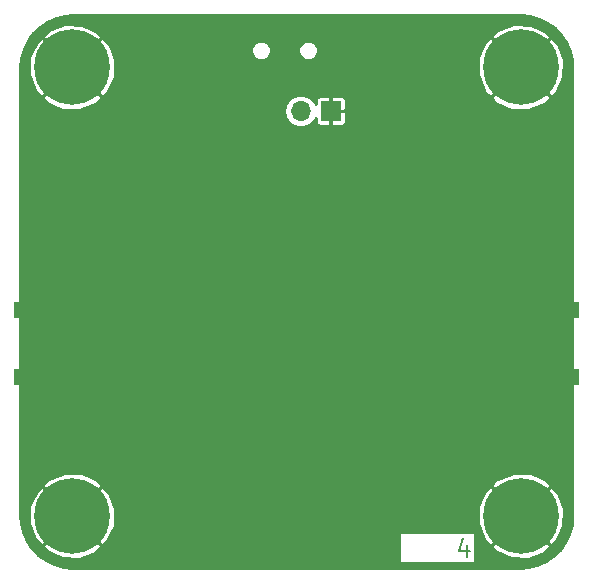
<source format=gbl>
G04 #@! TF.GenerationSoftware,KiCad,Pcbnew,(5.1.0)-1*
G04 #@! TF.CreationDate,2019-03-22T19:36:58+11:00*
G04 #@! TF.ProjectId,TRF37A75_Dev_Rev_0,54524633-3741-4373-955f-4465765f5265,rev?*
G04 #@! TF.SameCoordinates,Original*
G04 #@! TF.FileFunction,Copper,L4,Bot*
G04 #@! TF.FilePolarity,Positive*
%FSLAX46Y46*%
G04 Gerber Fmt 4.6, Leading zero omitted, Abs format (unit mm)*
G04 Created by KiCad (PCBNEW (5.1.0)-1) date 2019-03-22 19:36:58*
%MOMM*%
%LPD*%
G04 APERTURE LIST*
%ADD10C,0.200000*%
%ADD11C,0.800000*%
%ADD12C,6.400000*%
%ADD13R,1.700000X1.700000*%
%ADD14O,1.700000X1.700000*%
%ADD15R,4.200000X1.350000*%
%ADD16C,0.450000*%
%ADD17C,0.600000*%
%ADD18C,0.254000*%
G04 APERTURE END LIST*
D10*
X135460714Y-105478571D02*
X135460714Y-106478571D01*
X135103571Y-104907142D02*
X134746428Y-105978571D01*
X135675000Y-105978571D01*
D11*
X103697056Y-63302944D03*
X102000000Y-62600000D03*
X100302944Y-63302944D03*
X99600000Y-65000000D03*
X100302944Y-66697056D03*
X102000000Y-67400000D03*
X103697056Y-66697056D03*
X104400000Y-65000000D03*
D12*
X102000000Y-65000000D03*
D11*
X141697056Y-101302944D03*
X140000000Y-100600000D03*
X138302944Y-101302944D03*
X137600000Y-103000000D03*
X138302944Y-104697056D03*
X140000000Y-105400000D03*
X141697056Y-104697056D03*
X142400000Y-103000000D03*
D12*
X140000000Y-103000000D03*
X140000000Y-65000000D03*
D11*
X142400000Y-65000000D03*
X141697056Y-66697056D03*
X140000000Y-67400000D03*
X138302944Y-66697056D03*
X137600000Y-65000000D03*
X138302944Y-63302944D03*
X140000000Y-62600000D03*
X141697056Y-63302944D03*
D12*
X102000000Y-103000000D03*
D11*
X104400000Y-103000000D03*
X103697056Y-104697056D03*
X102000000Y-105400000D03*
X100302944Y-104697056D03*
X99600000Y-103000000D03*
X100302944Y-101302944D03*
X102000000Y-100600000D03*
X103697056Y-101302944D03*
D13*
X123900000Y-68700000D03*
D14*
X121360000Y-68700000D03*
D15*
X99200000Y-85575000D03*
X99200000Y-91225000D03*
X142810000Y-85575000D03*
X142810000Y-91225000D03*
D16*
X118750000Y-88200000D03*
D11*
X102200000Y-87000000D03*
X103000000Y-87000000D03*
X103800000Y-87000000D03*
X104600000Y-87000000D03*
X105400000Y-87000000D03*
X106200000Y-87000000D03*
X108600000Y-87000000D03*
X107800000Y-87000000D03*
X107000000Y-87000000D03*
X112600000Y-87000000D03*
X111800000Y-87000000D03*
X111000000Y-87000000D03*
X109400000Y-87000000D03*
X113400000Y-87000000D03*
X114200000Y-87000000D03*
X110200000Y-87000000D03*
X102200000Y-89800000D03*
X107000000Y-89800000D03*
X112600000Y-89800000D03*
X111000000Y-89800000D03*
X109400000Y-89800000D03*
X106200000Y-89800000D03*
X103000000Y-89800000D03*
X105400000Y-89800000D03*
X114200000Y-89800000D03*
X103800000Y-89800000D03*
X107800000Y-89800000D03*
X111800000Y-89800000D03*
X108600000Y-89800000D03*
X113400000Y-89800000D03*
X104600000Y-89800000D03*
X110200000Y-89800000D03*
X136000000Y-89900000D03*
X140000000Y-89900000D03*
X136800000Y-89900000D03*
X138400000Y-89900000D03*
X128000000Y-89900000D03*
X132000000Y-89900000D03*
X128800000Y-89900000D03*
X129600000Y-89900000D03*
X133600000Y-89900000D03*
X137600000Y-89900000D03*
X131200000Y-89900000D03*
X134400000Y-89900000D03*
X139200000Y-89900000D03*
X130400000Y-89900000D03*
X135200000Y-89900000D03*
X132800000Y-89900000D03*
X130500000Y-86900000D03*
X131300000Y-86900000D03*
X134500000Y-86900000D03*
X139300000Y-86900000D03*
X135300000Y-86900000D03*
X132900000Y-86900000D03*
X132100000Y-86900000D03*
X129700000Y-86900000D03*
X133700000Y-86900000D03*
X137700000Y-86900000D03*
X136100000Y-86900000D03*
X140100000Y-86900000D03*
X128900000Y-86900000D03*
X136900000Y-86900000D03*
X128100000Y-86900000D03*
X138500000Y-86900000D03*
X125700000Y-86900000D03*
X126500000Y-86900000D03*
X127300000Y-86900000D03*
X127200000Y-89900000D03*
X125600000Y-89900000D03*
X126400000Y-89900000D03*
X124775000Y-89900000D03*
X123175000Y-89900000D03*
X123975000Y-89900000D03*
D17*
X141000000Y-86000000D03*
X121100000Y-87000000D03*
X141600000Y-86000000D03*
X142200000Y-86000000D03*
X142800000Y-86000000D03*
X143400000Y-86000000D03*
X144000000Y-86000000D03*
X144600000Y-86000000D03*
X144600000Y-90900000D03*
X143400000Y-90900000D03*
X142200000Y-90900000D03*
X142800000Y-90900000D03*
X141000000Y-90900000D03*
X144000000Y-90900000D03*
X141600000Y-90900000D03*
X101000000Y-90800000D03*
X98600000Y-90800000D03*
X99800000Y-90800000D03*
X99200000Y-90800000D03*
X98000000Y-90800000D03*
X100400000Y-90800000D03*
X97400000Y-90800000D03*
X98600000Y-85900000D03*
X97400000Y-85900000D03*
X101000000Y-85900000D03*
X99200000Y-85900000D03*
X98000000Y-85900000D03*
X99800000Y-85900000D03*
X100400000Y-85900000D03*
D16*
X119250000Y-88200000D03*
X118750000Y-88725000D03*
X119250000Y-88725000D03*
X118750000Y-89225000D03*
X119250000Y-89225000D03*
D11*
X101650000Y-90400000D03*
X101725000Y-86225000D03*
D17*
X140475000Y-86300000D03*
D11*
X140300000Y-90675000D03*
X121500000Y-89875000D03*
X122325000Y-89875000D03*
X124875000Y-86900000D03*
X124075000Y-86900000D03*
X123225000Y-86900000D03*
X115825000Y-87000000D03*
X115025000Y-87000000D03*
X115025000Y-89800000D03*
X115825000Y-89800000D03*
X116650000Y-89825000D03*
X119700000Y-85600000D03*
X119700000Y-84000000D03*
X119700000Y-82400000D03*
X118000000Y-84000000D03*
X118000000Y-85600000D03*
D18*
G36*
X140773955Y-60698566D02*
G01*
X141523433Y-60903600D01*
X142224773Y-61238122D01*
X142855776Y-61691544D01*
X143396523Y-62249551D01*
X143829906Y-62894493D01*
X144142229Y-63605983D01*
X144324781Y-64366369D01*
X144373000Y-65022988D01*
X144373001Y-102972063D01*
X144301434Y-103773950D01*
X144096399Y-104523435D01*
X143761878Y-105224773D01*
X143308454Y-105855779D01*
X142750449Y-106396523D01*
X142105507Y-106829906D01*
X141394015Y-107142229D01*
X140633632Y-107324781D01*
X139977012Y-107373000D01*
X102027926Y-107373000D01*
X101226050Y-107301434D01*
X100476565Y-107096399D01*
X99775227Y-106761878D01*
X99144221Y-106308454D01*
X98603477Y-105750449D01*
X98472577Y-105555649D01*
X99476878Y-105555649D01*
X99844986Y-106005252D01*
X101159087Y-106601179D01*
X102601210Y-106648858D01*
X103951804Y-106141033D01*
X104155014Y-106005252D01*
X104523122Y-105555649D01*
X102000000Y-103032527D01*
X99476878Y-105555649D01*
X98472577Y-105555649D01*
X98170094Y-105105507D01*
X97857771Y-104394015D01*
X97675219Y-103633632D01*
X97672839Y-103601210D01*
X98351142Y-103601210D01*
X98858967Y-104951804D01*
X98994748Y-105155014D01*
X99444351Y-105523122D01*
X101967473Y-103000000D01*
X102032527Y-103000000D01*
X104555649Y-105523122D01*
X105005252Y-105155014D01*
X105313629Y-104475000D01*
X129723000Y-104475000D01*
X129723000Y-106875000D01*
X129732667Y-106923601D01*
X129760197Y-106964803D01*
X129801399Y-106992333D01*
X129850000Y-107002000D01*
X136000000Y-107002000D01*
X136048601Y-106992333D01*
X136089803Y-106964803D01*
X136117333Y-106923601D01*
X136127000Y-106875000D01*
X136127000Y-105555649D01*
X137476878Y-105555649D01*
X137844986Y-106005252D01*
X139159087Y-106601179D01*
X140601210Y-106648858D01*
X141951804Y-106141033D01*
X142155014Y-106005252D01*
X142523122Y-105555649D01*
X140000000Y-103032527D01*
X137476878Y-105555649D01*
X136127000Y-105555649D01*
X136127000Y-104475000D01*
X136117333Y-104426399D01*
X136089803Y-104385197D01*
X136048601Y-104357667D01*
X136000000Y-104348000D01*
X129850000Y-104348000D01*
X129801399Y-104357667D01*
X129760197Y-104385197D01*
X129732667Y-104426399D01*
X129723000Y-104475000D01*
X105313629Y-104475000D01*
X105601179Y-103840913D01*
X105609103Y-103601210D01*
X136351142Y-103601210D01*
X136858967Y-104951804D01*
X136994748Y-105155014D01*
X137444351Y-105523122D01*
X139967473Y-103000000D01*
X140032527Y-103000000D01*
X142555649Y-105523122D01*
X143005252Y-105155014D01*
X143601179Y-103840913D01*
X143648858Y-102398790D01*
X143141033Y-101048196D01*
X143005252Y-100844986D01*
X142555649Y-100476878D01*
X140032527Y-103000000D01*
X139967473Y-103000000D01*
X137444351Y-100476878D01*
X136994748Y-100844986D01*
X136398821Y-102159087D01*
X136351142Y-103601210D01*
X105609103Y-103601210D01*
X105648858Y-102398790D01*
X105141033Y-101048196D01*
X105005252Y-100844986D01*
X104555649Y-100476878D01*
X102032527Y-103000000D01*
X101967473Y-103000000D01*
X99444351Y-100476878D01*
X98994748Y-100844986D01*
X98398821Y-102159087D01*
X98351142Y-103601210D01*
X97672839Y-103601210D01*
X97627000Y-102977012D01*
X97627000Y-100444351D01*
X99476878Y-100444351D01*
X102000000Y-102967473D01*
X104523122Y-100444351D01*
X137476878Y-100444351D01*
X140000000Y-102967473D01*
X142523122Y-100444351D01*
X142155014Y-99994748D01*
X140840913Y-99398821D01*
X139398790Y-99351142D01*
X138048196Y-99858967D01*
X137844986Y-99994748D01*
X137476878Y-100444351D01*
X104523122Y-100444351D01*
X104155014Y-99994748D01*
X102840913Y-99398821D01*
X101398790Y-99351142D01*
X100048196Y-99858967D01*
X99844986Y-99994748D01*
X99476878Y-100444351D01*
X97627000Y-100444351D01*
X97627000Y-68700000D01*
X119956023Y-68700000D01*
X120062894Y-69237279D01*
X120367238Y-69692762D01*
X120822721Y-69997106D01*
X121224377Y-70077000D01*
X121495623Y-70077000D01*
X121897279Y-69997106D01*
X122352762Y-69692762D01*
X122623000Y-69288322D01*
X122623000Y-69634935D01*
X122688007Y-69791876D01*
X122808124Y-69911993D01*
X122965064Y-69977000D01*
X123770250Y-69977000D01*
X123877000Y-69870250D01*
X123877000Y-68723000D01*
X123923000Y-68723000D01*
X123923000Y-69870250D01*
X124029750Y-69977000D01*
X124834936Y-69977000D01*
X124991876Y-69911993D01*
X125111993Y-69791876D01*
X125177000Y-69634935D01*
X125177000Y-68829750D01*
X125070250Y-68723000D01*
X123923000Y-68723000D01*
X123877000Y-68723000D01*
X123857000Y-68723000D01*
X123857000Y-68677000D01*
X123877000Y-68677000D01*
X123877000Y-67529750D01*
X123923000Y-67529750D01*
X123923000Y-68677000D01*
X125070250Y-68677000D01*
X125177000Y-68570250D01*
X125177000Y-67765065D01*
X125111993Y-67608124D01*
X125059518Y-67555649D01*
X137476878Y-67555649D01*
X137844986Y-68005252D01*
X139159087Y-68601179D01*
X140601210Y-68648858D01*
X141951804Y-68141033D01*
X142155014Y-68005252D01*
X142523122Y-67555649D01*
X140000000Y-65032527D01*
X137476878Y-67555649D01*
X125059518Y-67555649D01*
X124991876Y-67488007D01*
X124834936Y-67423000D01*
X124029750Y-67423000D01*
X123923000Y-67529750D01*
X123877000Y-67529750D01*
X123770250Y-67423000D01*
X122965064Y-67423000D01*
X122808124Y-67488007D01*
X122688007Y-67608124D01*
X122623000Y-67765065D01*
X122623000Y-68111678D01*
X122352762Y-67707238D01*
X121897279Y-67402894D01*
X121495623Y-67323000D01*
X121224377Y-67323000D01*
X120822721Y-67402894D01*
X120367238Y-67707238D01*
X120062894Y-68162721D01*
X119956023Y-68700000D01*
X97627000Y-68700000D01*
X97627000Y-67555649D01*
X99476878Y-67555649D01*
X99844986Y-68005252D01*
X101159087Y-68601179D01*
X102601210Y-68648858D01*
X103951804Y-68141033D01*
X104155014Y-68005252D01*
X104523122Y-67555649D01*
X102000000Y-65032527D01*
X99476878Y-67555649D01*
X97627000Y-67555649D01*
X97627000Y-65601210D01*
X98351142Y-65601210D01*
X98858967Y-66951804D01*
X98994748Y-67155014D01*
X99444351Y-67523122D01*
X101967473Y-65000000D01*
X102032527Y-65000000D01*
X104555649Y-67523122D01*
X105005252Y-67155014D01*
X105601179Y-65840913D01*
X105609103Y-65601210D01*
X136351142Y-65601210D01*
X136858967Y-66951804D01*
X136994748Y-67155014D01*
X137444351Y-67523122D01*
X139967473Y-65000000D01*
X140032527Y-65000000D01*
X142555649Y-67523122D01*
X143005252Y-67155014D01*
X143601179Y-65840913D01*
X143648858Y-64398790D01*
X143141033Y-63048196D01*
X143005252Y-62844986D01*
X142555649Y-62476878D01*
X140032527Y-65000000D01*
X139967473Y-65000000D01*
X137444351Y-62476878D01*
X136994748Y-62844986D01*
X136398821Y-64159087D01*
X136351142Y-65601210D01*
X105609103Y-65601210D01*
X105648858Y-64398790D01*
X105279140Y-63415499D01*
X117173000Y-63415499D01*
X117173000Y-63744501D01*
X117298903Y-64048458D01*
X117531542Y-64281097D01*
X117835499Y-64407000D01*
X118164501Y-64407000D01*
X118468458Y-64281097D01*
X118701097Y-64048458D01*
X118827000Y-63744501D01*
X118827000Y-63415499D01*
X121173000Y-63415499D01*
X121173000Y-63744501D01*
X121298903Y-64048458D01*
X121531542Y-64281097D01*
X121835499Y-64407000D01*
X122164501Y-64407000D01*
X122468458Y-64281097D01*
X122701097Y-64048458D01*
X122827000Y-63744501D01*
X122827000Y-63415499D01*
X122701097Y-63111542D01*
X122468458Y-62878903D01*
X122164501Y-62753000D01*
X121835499Y-62753000D01*
X121531542Y-62878903D01*
X121298903Y-63111542D01*
X121173000Y-63415499D01*
X118827000Y-63415499D01*
X118701097Y-63111542D01*
X118468458Y-62878903D01*
X118164501Y-62753000D01*
X117835499Y-62753000D01*
X117531542Y-62878903D01*
X117298903Y-63111542D01*
X117173000Y-63415499D01*
X105279140Y-63415499D01*
X105141033Y-63048196D01*
X105005252Y-62844986D01*
X104555649Y-62476878D01*
X102032527Y-65000000D01*
X101967473Y-65000000D01*
X99444351Y-62476878D01*
X98994748Y-62844986D01*
X98398821Y-64159087D01*
X98351142Y-65601210D01*
X97627000Y-65601210D01*
X97627000Y-65027927D01*
X97698566Y-64226045D01*
X97903600Y-63476567D01*
X98238122Y-62775227D01*
X98475880Y-62444351D01*
X99476878Y-62444351D01*
X102000000Y-64967473D01*
X104523122Y-62444351D01*
X137476878Y-62444351D01*
X140000000Y-64967473D01*
X142523122Y-62444351D01*
X142155014Y-61994748D01*
X140840913Y-61398821D01*
X139398790Y-61351142D01*
X138048196Y-61858967D01*
X137844986Y-61994748D01*
X137476878Y-62444351D01*
X104523122Y-62444351D01*
X104155014Y-61994748D01*
X102840913Y-61398821D01*
X101398790Y-61351142D01*
X100048196Y-61858967D01*
X99844986Y-61994748D01*
X99476878Y-62444351D01*
X98475880Y-62444351D01*
X98691544Y-62144224D01*
X99249551Y-61603477D01*
X99894493Y-61170094D01*
X100605983Y-60857771D01*
X101366369Y-60675219D01*
X102022988Y-60627000D01*
X139972073Y-60627000D01*
X140773955Y-60698566D01*
X140773955Y-60698566D01*
G37*
X140773955Y-60698566D02*
X141523433Y-60903600D01*
X142224773Y-61238122D01*
X142855776Y-61691544D01*
X143396523Y-62249551D01*
X143829906Y-62894493D01*
X144142229Y-63605983D01*
X144324781Y-64366369D01*
X144373000Y-65022988D01*
X144373001Y-102972063D01*
X144301434Y-103773950D01*
X144096399Y-104523435D01*
X143761878Y-105224773D01*
X143308454Y-105855779D01*
X142750449Y-106396523D01*
X142105507Y-106829906D01*
X141394015Y-107142229D01*
X140633632Y-107324781D01*
X139977012Y-107373000D01*
X102027926Y-107373000D01*
X101226050Y-107301434D01*
X100476565Y-107096399D01*
X99775227Y-106761878D01*
X99144221Y-106308454D01*
X98603477Y-105750449D01*
X98472577Y-105555649D01*
X99476878Y-105555649D01*
X99844986Y-106005252D01*
X101159087Y-106601179D01*
X102601210Y-106648858D01*
X103951804Y-106141033D01*
X104155014Y-106005252D01*
X104523122Y-105555649D01*
X102000000Y-103032527D01*
X99476878Y-105555649D01*
X98472577Y-105555649D01*
X98170094Y-105105507D01*
X97857771Y-104394015D01*
X97675219Y-103633632D01*
X97672839Y-103601210D01*
X98351142Y-103601210D01*
X98858967Y-104951804D01*
X98994748Y-105155014D01*
X99444351Y-105523122D01*
X101967473Y-103000000D01*
X102032527Y-103000000D01*
X104555649Y-105523122D01*
X105005252Y-105155014D01*
X105313629Y-104475000D01*
X129723000Y-104475000D01*
X129723000Y-106875000D01*
X129732667Y-106923601D01*
X129760197Y-106964803D01*
X129801399Y-106992333D01*
X129850000Y-107002000D01*
X136000000Y-107002000D01*
X136048601Y-106992333D01*
X136089803Y-106964803D01*
X136117333Y-106923601D01*
X136127000Y-106875000D01*
X136127000Y-105555649D01*
X137476878Y-105555649D01*
X137844986Y-106005252D01*
X139159087Y-106601179D01*
X140601210Y-106648858D01*
X141951804Y-106141033D01*
X142155014Y-106005252D01*
X142523122Y-105555649D01*
X140000000Y-103032527D01*
X137476878Y-105555649D01*
X136127000Y-105555649D01*
X136127000Y-104475000D01*
X136117333Y-104426399D01*
X136089803Y-104385197D01*
X136048601Y-104357667D01*
X136000000Y-104348000D01*
X129850000Y-104348000D01*
X129801399Y-104357667D01*
X129760197Y-104385197D01*
X129732667Y-104426399D01*
X129723000Y-104475000D01*
X105313629Y-104475000D01*
X105601179Y-103840913D01*
X105609103Y-103601210D01*
X136351142Y-103601210D01*
X136858967Y-104951804D01*
X136994748Y-105155014D01*
X137444351Y-105523122D01*
X139967473Y-103000000D01*
X140032527Y-103000000D01*
X142555649Y-105523122D01*
X143005252Y-105155014D01*
X143601179Y-103840913D01*
X143648858Y-102398790D01*
X143141033Y-101048196D01*
X143005252Y-100844986D01*
X142555649Y-100476878D01*
X140032527Y-103000000D01*
X139967473Y-103000000D01*
X137444351Y-100476878D01*
X136994748Y-100844986D01*
X136398821Y-102159087D01*
X136351142Y-103601210D01*
X105609103Y-103601210D01*
X105648858Y-102398790D01*
X105141033Y-101048196D01*
X105005252Y-100844986D01*
X104555649Y-100476878D01*
X102032527Y-103000000D01*
X101967473Y-103000000D01*
X99444351Y-100476878D01*
X98994748Y-100844986D01*
X98398821Y-102159087D01*
X98351142Y-103601210D01*
X97672839Y-103601210D01*
X97627000Y-102977012D01*
X97627000Y-100444351D01*
X99476878Y-100444351D01*
X102000000Y-102967473D01*
X104523122Y-100444351D01*
X137476878Y-100444351D01*
X140000000Y-102967473D01*
X142523122Y-100444351D01*
X142155014Y-99994748D01*
X140840913Y-99398821D01*
X139398790Y-99351142D01*
X138048196Y-99858967D01*
X137844986Y-99994748D01*
X137476878Y-100444351D01*
X104523122Y-100444351D01*
X104155014Y-99994748D01*
X102840913Y-99398821D01*
X101398790Y-99351142D01*
X100048196Y-99858967D01*
X99844986Y-99994748D01*
X99476878Y-100444351D01*
X97627000Y-100444351D01*
X97627000Y-68700000D01*
X119956023Y-68700000D01*
X120062894Y-69237279D01*
X120367238Y-69692762D01*
X120822721Y-69997106D01*
X121224377Y-70077000D01*
X121495623Y-70077000D01*
X121897279Y-69997106D01*
X122352762Y-69692762D01*
X122623000Y-69288322D01*
X122623000Y-69634935D01*
X122688007Y-69791876D01*
X122808124Y-69911993D01*
X122965064Y-69977000D01*
X123770250Y-69977000D01*
X123877000Y-69870250D01*
X123877000Y-68723000D01*
X123923000Y-68723000D01*
X123923000Y-69870250D01*
X124029750Y-69977000D01*
X124834936Y-69977000D01*
X124991876Y-69911993D01*
X125111993Y-69791876D01*
X125177000Y-69634935D01*
X125177000Y-68829750D01*
X125070250Y-68723000D01*
X123923000Y-68723000D01*
X123877000Y-68723000D01*
X123857000Y-68723000D01*
X123857000Y-68677000D01*
X123877000Y-68677000D01*
X123877000Y-67529750D01*
X123923000Y-67529750D01*
X123923000Y-68677000D01*
X125070250Y-68677000D01*
X125177000Y-68570250D01*
X125177000Y-67765065D01*
X125111993Y-67608124D01*
X125059518Y-67555649D01*
X137476878Y-67555649D01*
X137844986Y-68005252D01*
X139159087Y-68601179D01*
X140601210Y-68648858D01*
X141951804Y-68141033D01*
X142155014Y-68005252D01*
X142523122Y-67555649D01*
X140000000Y-65032527D01*
X137476878Y-67555649D01*
X125059518Y-67555649D01*
X124991876Y-67488007D01*
X124834936Y-67423000D01*
X124029750Y-67423000D01*
X123923000Y-67529750D01*
X123877000Y-67529750D01*
X123770250Y-67423000D01*
X122965064Y-67423000D01*
X122808124Y-67488007D01*
X122688007Y-67608124D01*
X122623000Y-67765065D01*
X122623000Y-68111678D01*
X122352762Y-67707238D01*
X121897279Y-67402894D01*
X121495623Y-67323000D01*
X121224377Y-67323000D01*
X120822721Y-67402894D01*
X120367238Y-67707238D01*
X120062894Y-68162721D01*
X119956023Y-68700000D01*
X97627000Y-68700000D01*
X97627000Y-67555649D01*
X99476878Y-67555649D01*
X99844986Y-68005252D01*
X101159087Y-68601179D01*
X102601210Y-68648858D01*
X103951804Y-68141033D01*
X104155014Y-68005252D01*
X104523122Y-67555649D01*
X102000000Y-65032527D01*
X99476878Y-67555649D01*
X97627000Y-67555649D01*
X97627000Y-65601210D01*
X98351142Y-65601210D01*
X98858967Y-66951804D01*
X98994748Y-67155014D01*
X99444351Y-67523122D01*
X101967473Y-65000000D01*
X102032527Y-65000000D01*
X104555649Y-67523122D01*
X105005252Y-67155014D01*
X105601179Y-65840913D01*
X105609103Y-65601210D01*
X136351142Y-65601210D01*
X136858967Y-66951804D01*
X136994748Y-67155014D01*
X137444351Y-67523122D01*
X139967473Y-65000000D01*
X140032527Y-65000000D01*
X142555649Y-67523122D01*
X143005252Y-67155014D01*
X143601179Y-65840913D01*
X143648858Y-64398790D01*
X143141033Y-63048196D01*
X143005252Y-62844986D01*
X142555649Y-62476878D01*
X140032527Y-65000000D01*
X139967473Y-65000000D01*
X137444351Y-62476878D01*
X136994748Y-62844986D01*
X136398821Y-64159087D01*
X136351142Y-65601210D01*
X105609103Y-65601210D01*
X105648858Y-64398790D01*
X105279140Y-63415499D01*
X117173000Y-63415499D01*
X117173000Y-63744501D01*
X117298903Y-64048458D01*
X117531542Y-64281097D01*
X117835499Y-64407000D01*
X118164501Y-64407000D01*
X118468458Y-64281097D01*
X118701097Y-64048458D01*
X118827000Y-63744501D01*
X118827000Y-63415499D01*
X121173000Y-63415499D01*
X121173000Y-63744501D01*
X121298903Y-64048458D01*
X121531542Y-64281097D01*
X121835499Y-64407000D01*
X122164501Y-64407000D01*
X122468458Y-64281097D01*
X122701097Y-64048458D01*
X122827000Y-63744501D01*
X122827000Y-63415499D01*
X122701097Y-63111542D01*
X122468458Y-62878903D01*
X122164501Y-62753000D01*
X121835499Y-62753000D01*
X121531542Y-62878903D01*
X121298903Y-63111542D01*
X121173000Y-63415499D01*
X118827000Y-63415499D01*
X118701097Y-63111542D01*
X118468458Y-62878903D01*
X118164501Y-62753000D01*
X117835499Y-62753000D01*
X117531542Y-62878903D01*
X117298903Y-63111542D01*
X117173000Y-63415499D01*
X105279140Y-63415499D01*
X105141033Y-63048196D01*
X105005252Y-62844986D01*
X104555649Y-62476878D01*
X102032527Y-65000000D01*
X101967473Y-65000000D01*
X99444351Y-62476878D01*
X98994748Y-62844986D01*
X98398821Y-64159087D01*
X98351142Y-65601210D01*
X97627000Y-65601210D01*
X97627000Y-65027927D01*
X97698566Y-64226045D01*
X97903600Y-63476567D01*
X98238122Y-62775227D01*
X98475880Y-62444351D01*
X99476878Y-62444351D01*
X102000000Y-64967473D01*
X104523122Y-62444351D01*
X137476878Y-62444351D01*
X140000000Y-64967473D01*
X142523122Y-62444351D01*
X142155014Y-61994748D01*
X140840913Y-61398821D01*
X139398790Y-61351142D01*
X138048196Y-61858967D01*
X137844986Y-61994748D01*
X137476878Y-62444351D01*
X104523122Y-62444351D01*
X104155014Y-61994748D01*
X102840913Y-61398821D01*
X101398790Y-61351142D01*
X100048196Y-61858967D01*
X99844986Y-61994748D01*
X99476878Y-62444351D01*
X98475880Y-62444351D01*
X98691544Y-62144224D01*
X99249551Y-61603477D01*
X99894493Y-61170094D01*
X100605983Y-60857771D01*
X101366369Y-60675219D01*
X102022988Y-60627000D01*
X139972073Y-60627000D01*
X140773955Y-60698566D01*
M02*

</source>
